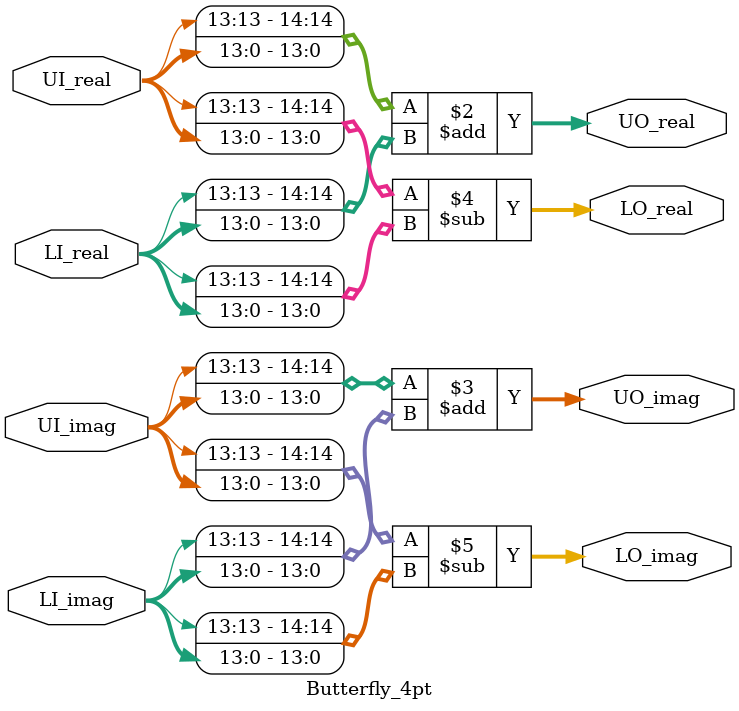
<source format=v>
`timescale 1ns / 1ps
module Butterfly_4pt(UI_real, UI_imag, LI_real, LI_imag, UO_real, UO_imag, LO_real, LO_imag);

input [13:0] UI_real, UI_imag, LI_real, LI_imag;          // input  S4.9     14bits

output [14:0] UO_real, UO_imag, LO_real, LO_imag;       // output  S5.9     15bits

// input
wire signed [13:0] UI_real, UI_imag, LI_real, LI_imag;

// output
reg signed [14:0] UO_real, UO_imag, LO_real, LO_imag;

always@ (UI_real or UI_imag or LI_real or LI_imag)
begin
    UO_real = {UI_real[13], UI_real} + {LI_real[13], LI_real};          // signed extention
    UO_imag = {UI_imag[13], UI_imag} + {LI_imag[13], LI_imag};
    LO_real = {UI_real[13], UI_real} - {LI_real[13], LI_real};
    LO_imag = {UI_imag[13], UI_imag} - {LI_imag[13], LI_imag};
end

endmodule

</source>
